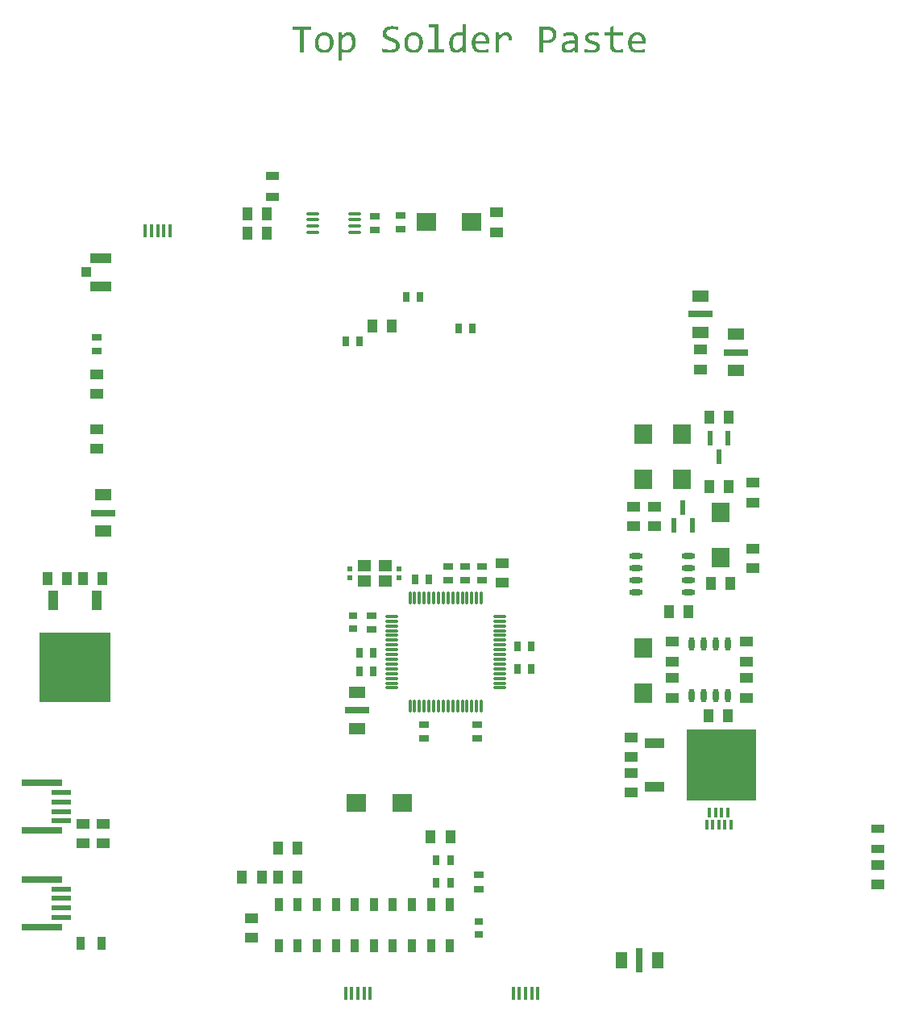
<source format=gtp>
G04 Layer_Color=8421504*
%FSLAX25Y25*%
%MOIN*%
G70*
G01*
G75*
%ADD10R,0.05315X0.04134*%
%ADD11R,0.03937X0.03143*%
%ADD12R,0.05512X0.04724*%
%ADD13O,0.05512X0.01100*%
%ADD14R,0.02800X0.10236*%
%ADD15R,0.04800X0.07087*%
%ADD16R,0.10236X0.02800*%
%ADD17R,0.07087X0.04800*%
%ADD18R,0.05551X0.03583*%
%ADD19R,0.05709X0.03937*%
%ADD20R,0.03937X0.05709*%
%ADD21R,0.03143X0.03937*%
%ADD23R,0.02441X0.02441*%
%ADD25R,0.02165X0.05906*%
%ADD26R,0.01575X0.05315*%
%ADD27R,0.16535X0.02756*%
%ADD28R,0.07874X0.02362*%
%ADD29R,0.01600X0.04150*%
%ADD30R,0.03740X0.03150*%
%ADD31R,0.03583X0.05551*%
%ADD32R,0.04134X0.05315*%
%ADD33R,0.03740X0.02910*%
%ADD34O,0.02362X0.05709*%
%ADD35R,0.04134X0.07874*%
%ADD36R,0.29724X0.29134*%
%ADD37O,0.01100X0.05512*%
%ADD38R,0.07874X0.04134*%
%ADD39R,0.29134X0.29724*%
%ADD40O,0.05709X0.02362*%
%ADD41O,0.05315X0.01600*%
%ADD42R,0.08661X0.04134*%
%ADD43R,0.04134X0.04134*%
%ADD44R,0.03500X0.05500*%
%ADD114R,0.07284X0.08465*%
%ADD115R,0.08465X0.07284*%
G36*
X259395Y57828D02*
X263112D01*
Y56625D01*
X259395D01*
Y52434D01*
Y52416D01*
Y52398D01*
Y52289D01*
X259413Y52143D01*
X259450Y51943D01*
X259504Y51724D01*
X259595Y51505D01*
X259705Y51305D01*
X259869Y51123D01*
X259887Y51104D01*
X259960Y51050D01*
X260069Y50977D01*
X260215Y50904D01*
X260415Y50831D01*
X260652Y50758D01*
X260925Y50704D01*
X261253Y50685D01*
X261508D01*
X261636Y50704D01*
X261800D01*
X262128Y50740D01*
X262146D01*
X262219Y50758D01*
X262310D01*
X262438Y50795D01*
X262583Y50813D01*
X262747Y50849D01*
X263112Y50941D01*
Y49701D01*
X263093D01*
X263021Y49683D01*
X262930Y49665D01*
X262802Y49647D01*
X262638Y49610D01*
X262474Y49592D01*
X262091Y49538D01*
X262000D01*
X261909Y49519D01*
X261763D01*
X261618Y49501D01*
X261436D01*
X261053Y49483D01*
X260907D01*
X260798Y49501D01*
X260670D01*
X260525Y49519D01*
X260178Y49574D01*
X259814Y49647D01*
X259431Y49774D01*
X259067Y49938D01*
X258885Y50048D01*
X258739Y50175D01*
X258702Y50212D01*
X258611Y50303D01*
X258502Y50467D01*
X258356Y50704D01*
X258210Y51013D01*
X258101Y51378D01*
X258010Y51815D01*
X257974Y52325D01*
Y56625D01*
X255678D01*
Y57828D01*
X257974D01*
Y60087D01*
X259395Y60470D01*
Y57828D01*
D02*
G37*
G36*
X269416Y57955D02*
X269616Y57937D01*
X269853Y57901D01*
X270108Y57864D01*
X270363Y57791D01*
X270618Y57700D01*
X270655Y57682D01*
X270728Y57645D01*
X270855Y57591D01*
X271019Y57500D01*
X271183Y57390D01*
X271384Y57263D01*
X271566Y57099D01*
X271748Y56917D01*
X271766Y56898D01*
X271821Y56826D01*
X271912Y56716D01*
X272003Y56589D01*
X272112Y56406D01*
X272240Y56206D01*
X272349Y55969D01*
X272440Y55714D01*
X272459Y55678D01*
X272477Y55587D01*
X272513Y55441D01*
X272568Y55259D01*
X272604Y55022D01*
X272641Y54767D01*
X272659Y54475D01*
X272677Y54147D01*
Y54129D01*
Y54093D01*
Y54038D01*
Y53965D01*
Y53801D01*
X272659Y53619D01*
Y53582D01*
Y53491D01*
Y53382D01*
X272641Y53254D01*
X266865D01*
Y53236D01*
Y53200D01*
Y53127D01*
X266883Y53054D01*
Y52945D01*
X266901Y52817D01*
X266956Y52526D01*
X267029Y52216D01*
X267157Y51888D01*
X267320Y51578D01*
X267557Y51305D01*
X267594Y51268D01*
X267685Y51196D01*
X267849Y51086D01*
X268086Y50977D01*
X268377Y50849D01*
X268724Y50740D01*
X269124Y50667D01*
X269598Y50631D01*
X270054D01*
X270309Y50649D01*
X270363D01*
X270436Y50667D01*
X270527D01*
X270764Y50704D01*
X271001Y50722D01*
X271019D01*
X271056Y50740D01*
X271129D01*
X271220Y50758D01*
X271420Y50795D01*
X271657Y50831D01*
X271675D01*
X271711Y50849D01*
X271766Y50868D01*
X271839Y50886D01*
X272040Y50922D01*
X272240Y50977D01*
Y49811D01*
X272222D01*
X272131Y49793D01*
X272021Y49756D01*
X271857Y49720D01*
X271657Y49683D01*
X271438Y49629D01*
X271183Y49592D01*
X270910Y49556D01*
X270873D01*
X270782Y49538D01*
X270637Y49519D01*
X270454Y49501D01*
X270217Y49483D01*
X269962Y49465D01*
X269689Y49446D01*
X269215D01*
X269015Y49465D01*
X268778Y49483D01*
X268487Y49519D01*
X268177Y49556D01*
X267867Y49629D01*
X267576Y49720D01*
X267539Y49738D01*
X267448Y49774D01*
X267302Y49847D01*
X267138Y49938D01*
X266938Y50048D01*
X266719Y50194D01*
X266519Y50357D01*
X266318Y50558D01*
X266300Y50576D01*
X266246Y50649D01*
X266154Y50776D01*
X266045Y50922D01*
X265918Y51123D01*
X265808Y51341D01*
X265681Y51615D01*
X265590Y51888D01*
Y51906D01*
Y51924D01*
X265553Y52034D01*
X265517Y52198D01*
X265480Y52416D01*
X265444Y52690D01*
X265407Y52981D01*
X265389Y53327D01*
X265371Y53692D01*
Y53710D01*
Y53728D01*
Y53838D01*
X265389Y54001D01*
X265407Y54220D01*
X265426Y54457D01*
X265480Y54730D01*
X265535Y55022D01*
X265608Y55313D01*
Y55331D01*
X265626Y55350D01*
X265663Y55441D01*
X265717Y55587D01*
X265790Y55787D01*
X265899Y55987D01*
X266027Y56224D01*
X266173Y56461D01*
X266337Y56680D01*
X266355Y56698D01*
X266428Y56771D01*
X266537Y56880D01*
X266665Y57026D01*
X266847Y57172D01*
X267047Y57336D01*
X267266Y57481D01*
X267521Y57627D01*
X267557Y57645D01*
X267649Y57682D01*
X267794Y57736D01*
X267976Y57809D01*
X268213Y57864D01*
X268487Y57919D01*
X268778Y57955D01*
X269106Y57973D01*
X269252D01*
X269416Y57955D01*
D02*
G37*
G36*
X204753D02*
X204954Y57937D01*
X205190Y57901D01*
X205445Y57864D01*
X205700Y57791D01*
X205956Y57700D01*
X205992Y57682D01*
X206065Y57645D01*
X206192Y57591D01*
X206356Y57500D01*
X206520Y57390D01*
X206721Y57263D01*
X206903Y57099D01*
X207085Y56917D01*
X207103Y56898D01*
X207158Y56826D01*
X207249Y56716D01*
X207340Y56589D01*
X207450Y56406D01*
X207577Y56206D01*
X207686Y55969D01*
X207778Y55714D01*
X207796Y55678D01*
X207814Y55587D01*
X207850Y55441D01*
X207905Y55259D01*
X207942Y55022D01*
X207978Y54767D01*
X207996Y54475D01*
X208014Y54147D01*
Y54129D01*
Y54093D01*
Y54038D01*
Y53965D01*
Y53801D01*
X207996Y53619D01*
Y53582D01*
Y53491D01*
Y53382D01*
X207978Y53254D01*
X202202D01*
Y53236D01*
Y53200D01*
Y53127D01*
X202221Y53054D01*
Y52945D01*
X202239Y52817D01*
X202293Y52526D01*
X202366Y52216D01*
X202494Y51888D01*
X202658Y51578D01*
X202895Y51305D01*
X202931Y51268D01*
X203022Y51196D01*
X203186Y51086D01*
X203423Y50977D01*
X203714Y50849D01*
X204061Y50740D01*
X204462Y50667D01*
X204935Y50631D01*
X205391D01*
X205646Y50649D01*
X205700D01*
X205773Y50667D01*
X205865D01*
X206101Y50704D01*
X206338Y50722D01*
X206356D01*
X206393Y50740D01*
X206466D01*
X206557Y50758D01*
X206757Y50795D01*
X206994Y50831D01*
X207012D01*
X207049Y50849D01*
X207103Y50868D01*
X207176Y50886D01*
X207377Y50922D01*
X207577Y50977D01*
Y49811D01*
X207559D01*
X207468Y49793D01*
X207359Y49756D01*
X207194Y49720D01*
X206994Y49683D01*
X206775Y49629D01*
X206520Y49592D01*
X206247Y49556D01*
X206211D01*
X206119Y49538D01*
X205974Y49519D01*
X205792Y49501D01*
X205555Y49483D01*
X205300Y49465D01*
X205026Y49446D01*
X204553D01*
X204352Y49465D01*
X204115Y49483D01*
X203824Y49519D01*
X203514Y49556D01*
X203204Y49629D01*
X202913Y49720D01*
X202876Y49738D01*
X202785Y49774D01*
X202640Y49847D01*
X202476Y49938D01*
X202275Y50048D01*
X202057Y50194D01*
X201856Y50357D01*
X201656Y50558D01*
X201637Y50576D01*
X201583Y50649D01*
X201492Y50776D01*
X201382Y50922D01*
X201255Y51123D01*
X201146Y51341D01*
X201018Y51615D01*
X200927Y51888D01*
Y51906D01*
Y51924D01*
X200890Y52034D01*
X200854Y52198D01*
X200817Y52416D01*
X200781Y52690D01*
X200745Y52981D01*
X200726Y53327D01*
X200708Y53692D01*
Y53710D01*
Y53728D01*
Y53838D01*
X200726Y54001D01*
X200745Y54220D01*
X200763Y54457D01*
X200817Y54730D01*
X200872Y55022D01*
X200945Y55313D01*
Y55331D01*
X200963Y55350D01*
X201000Y55441D01*
X201054Y55587D01*
X201127Y55787D01*
X201237Y55987D01*
X201364Y56224D01*
X201510Y56461D01*
X201674Y56680D01*
X201692Y56698D01*
X201765Y56771D01*
X201874Y56880D01*
X202002Y57026D01*
X202184Y57172D01*
X202384Y57336D01*
X202603Y57481D01*
X202858Y57627D01*
X202895Y57645D01*
X202986Y57682D01*
X203132Y57736D01*
X203314Y57809D01*
X203551Y57864D01*
X203824Y57919D01*
X204115Y57955D01*
X204443Y57973D01*
X204589D01*
X204753Y57955D01*
D02*
G37*
G36*
X134369Y59067D02*
X131199D01*
Y49592D01*
X129723D01*
Y59067D01*
X126553D01*
Y60306D01*
X134369D01*
Y59067D01*
D02*
G37*
G36*
X241812Y57955D02*
X242013Y57937D01*
X242250Y57901D01*
X242705Y57809D01*
X242723D01*
X242815Y57773D01*
X242924Y57736D01*
X243052Y57682D01*
X243215Y57609D01*
X243379Y57518D01*
X243543Y57427D01*
X243707Y57299D01*
X243726Y57281D01*
X243780Y57245D01*
X243853Y57172D01*
X243944Y57081D01*
X244054Y56953D01*
X244163Y56807D01*
X244254Y56643D01*
X244345Y56461D01*
X244363Y56443D01*
X244381Y56370D01*
X244418Y56261D01*
X244473Y56115D01*
X244509Y55951D01*
X244546Y55732D01*
X244564Y55514D01*
X244582Y55259D01*
Y49592D01*
X243288D01*
X243252Y50685D01*
X243215Y50649D01*
X243143Y50576D01*
X242997Y50467D01*
X242833Y50321D01*
X242614Y50175D01*
X242396Y50011D01*
X242141Y49865D01*
X241885Y49738D01*
X241849Y49720D01*
X241758Y49701D01*
X241630Y49647D01*
X241448Y49592D01*
X241230Y49538D01*
X240974Y49501D01*
X240719Y49465D01*
X240428Y49446D01*
X240318D01*
X240191Y49465D01*
X240027D01*
X239826Y49483D01*
X239626Y49519D01*
X239225Y49610D01*
X239207D01*
X239152Y49647D01*
X239061Y49683D01*
X238934Y49738D01*
X238679Y49902D01*
X238405Y50102D01*
X238387Y50121D01*
X238351Y50157D01*
X238296Y50230D01*
X238223Y50321D01*
X238150Y50430D01*
X238059Y50558D01*
X237932Y50849D01*
Y50868D01*
X237913Y50922D01*
X237895Y51013D01*
X237859Y51123D01*
X237841Y51268D01*
X237804Y51432D01*
X237786Y51779D01*
Y51797D01*
Y51833D01*
Y51906D01*
X237804Y51979D01*
X237822Y52088D01*
X237841Y52216D01*
X237895Y52489D01*
X238004Y52799D01*
X238169Y53127D01*
X238278Y53291D01*
X238405Y53437D01*
X238533Y53582D01*
X238697Y53728D01*
X238715D01*
X238733Y53765D01*
X238788Y53801D01*
X238879Y53838D01*
X238970Y53892D01*
X239079Y53947D01*
X239225Y54020D01*
X239389Y54093D01*
X239571Y54147D01*
X239772Y54220D01*
X239990Y54275D01*
X240246Y54329D01*
X240501Y54366D01*
X240792Y54402D01*
X241102Y54439D01*
X243143D01*
Y55149D01*
Y55186D01*
Y55277D01*
X243124Y55404D01*
X243088Y55568D01*
X243033Y55751D01*
X242942Y55951D01*
X242833Y56133D01*
X242669Y56315D01*
X242651Y56334D01*
X242578Y56388D01*
X242468Y56461D01*
X242323Y56534D01*
X242122Y56607D01*
X241867Y56680D01*
X241576Y56734D01*
X241248Y56753D01*
X240993D01*
X240810Y56734D01*
X240592Y56716D01*
X240373Y56680D01*
X239863Y56589D01*
X239826D01*
X239754Y56552D01*
X239608Y56516D01*
X239444Y56479D01*
X239225Y56406D01*
X238988Y56334D01*
X238733Y56243D01*
X238478Y56151D01*
Y57445D01*
X238496D01*
X238533Y57463D01*
X238569Y57481D01*
X238642Y57500D01*
X238824Y57554D01*
X239061Y57627D01*
X239079D01*
X239116Y57645D01*
X239189Y57664D01*
X239280Y57682D01*
X239517Y57736D01*
X239772Y57791D01*
X239790D01*
X239845Y57809D01*
X239918Y57828D01*
X240009Y57846D01*
X240118Y57864D01*
X240246Y57882D01*
X240537Y57919D01*
X240555D01*
X240610Y57937D01*
X240683D01*
X240792Y57955D01*
X240920D01*
X241047Y57973D01*
X241630D01*
X241812Y57955D01*
D02*
G37*
G36*
X232247Y60287D02*
X232484Y60269D01*
X232739Y60233D01*
X233286Y60123D01*
X233322D01*
X233413Y60087D01*
X233541Y60050D01*
X233723Y59978D01*
X233923Y59905D01*
X234124Y59795D01*
X234342Y59686D01*
X234561Y59540D01*
X234579Y59522D01*
X234652Y59467D01*
X234761Y59395D01*
X234889Y59267D01*
X235035Y59121D01*
X235180Y58957D01*
X235326Y58757D01*
X235454Y58538D01*
X235472Y58502D01*
X235508Y58429D01*
X235563Y58301D01*
X235618Y58119D01*
X235672Y57901D01*
X235727Y57645D01*
X235764Y57354D01*
X235782Y57026D01*
Y56990D01*
Y56917D01*
X235764Y56789D01*
X235745Y56625D01*
X235727Y56425D01*
X235672Y56188D01*
X235618Y55951D01*
X235527Y55714D01*
X235508Y55678D01*
X235490Y55605D01*
X235417Y55477D01*
X235344Y55331D01*
X235235Y55149D01*
X235108Y54967D01*
X234944Y54767D01*
X234761Y54566D01*
X234743Y54548D01*
X234670Y54475D01*
X234561Y54384D01*
X234415Y54275D01*
X234215Y54147D01*
X233996Y54001D01*
X233741Y53874D01*
X233450Y53746D01*
X233413Y53728D01*
X233304Y53692D01*
X233140Y53655D01*
X232903Y53601D01*
X232630Y53528D01*
X232302Y53491D01*
X231919Y53455D01*
X231518Y53437D01*
X230206D01*
Y49592D01*
X228749D01*
Y60306D01*
X232047D01*
X232247Y60287D01*
D02*
G37*
G36*
X186806Y50776D02*
X189266D01*
Y49592D01*
X182670D01*
Y50776D01*
X185367D01*
Y60014D01*
X182944D01*
Y61180D01*
X186806D01*
Y50776D01*
D02*
G37*
G36*
X251378Y57955D02*
X251560D01*
X251979Y57919D01*
X251997D01*
X252089Y57901D01*
X252198D01*
X252362Y57882D01*
X252544Y57846D01*
X252745Y57828D01*
X252981Y57773D01*
X253218Y57736D01*
Y56461D01*
X253182D01*
X253109Y56498D01*
X252981Y56516D01*
X252799Y56552D01*
X252617Y56589D01*
X252398Y56625D01*
X251943Y56698D01*
X251925D01*
X251834Y56716D01*
X251724Y56734D01*
X251578Y56753D01*
X251414D01*
X251251Y56771D01*
X250886Y56789D01*
X250704D01*
X250576Y56771D01*
X250285Y56753D01*
X249993Y56698D01*
X249975D01*
X249939Y56680D01*
X249866Y56661D01*
X249775Y56643D01*
X249592Y56552D01*
X249392Y56461D01*
X249356Y56443D01*
X249265Y56370D01*
X249173Y56261D01*
X249082Y56133D01*
X249064Y56097D01*
X249046Y56006D01*
X249009Y55878D01*
X248991Y55714D01*
Y55696D01*
Y55678D01*
X249009Y55587D01*
X249028Y55459D01*
X249064Y55313D01*
X249082Y55277D01*
X249137Y55204D01*
X249246Y55095D01*
X249392Y54967D01*
X249410D01*
X249429Y54931D01*
X249483Y54912D01*
X249556Y54858D01*
X249665Y54803D01*
X249775Y54748D01*
X249902Y54694D01*
X250048Y54621D01*
X250066D01*
X250121Y54584D01*
X250212Y54566D01*
X250340Y54512D01*
X250503Y54457D01*
X250686Y54402D01*
X250886Y54348D01*
X251123Y54275D01*
X251159Y54256D01*
X251251Y54238D01*
X251378Y54202D01*
X251560Y54129D01*
X251761Y54074D01*
X251961Y53983D01*
X252162Y53910D01*
X252362Y53819D01*
X252380Y53801D01*
X252453Y53783D01*
X252526Y53728D01*
X252653Y53673D01*
X252908Y53491D01*
X253164Y53291D01*
X253182Y53273D01*
X253218Y53236D01*
X253273Y53181D01*
X253346Y53109D01*
X253491Y52908D01*
X253564Y52781D01*
X253619Y52653D01*
Y52635D01*
X253637Y52599D01*
X253674Y52507D01*
X253692Y52416D01*
X253728Y52289D01*
X253747Y52161D01*
X253765Y51833D01*
Y51815D01*
Y51760D01*
Y51669D01*
X253747Y51578D01*
X253692Y51323D01*
X253601Y51050D01*
Y51032D01*
X253583Y50995D01*
X253546Y50922D01*
X253491Y50849D01*
X253364Y50649D01*
X253200Y50430D01*
X253182Y50412D01*
X253164Y50394D01*
X253109Y50339D01*
X253036Y50285D01*
X252836Y50139D01*
X252599Y49975D01*
X252580D01*
X252544Y49938D01*
X252471Y49920D01*
X252380Y49865D01*
X252162Y49774D01*
X251888Y49683D01*
X251870D01*
X251834Y49665D01*
X251742Y49647D01*
X251651Y49629D01*
X251542Y49592D01*
X251396Y49574D01*
X251105Y49519D01*
X251086D01*
X251032Y49501D01*
X250959D01*
X250850Y49483D01*
X250613Y49465D01*
X250321Y49446D01*
X250011D01*
X249811Y49465D01*
X249574D01*
X249319Y49483D01*
X248773Y49519D01*
X248736D01*
X248663Y49538D01*
X248517Y49556D01*
X248354Y49574D01*
X248135Y49610D01*
X247916Y49647D01*
X247424Y49756D01*
Y51068D01*
X247461D01*
X247552Y51032D01*
X247679Y50995D01*
X247862Y50941D01*
X248080Y50886D01*
X248317Y50831D01*
X248845Y50740D01*
X248882D01*
X248973Y50722D01*
X249100Y50704D01*
X249283D01*
X249501Y50685D01*
X249738Y50667D01*
X250267Y50649D01*
X250431D01*
X250613Y50667D01*
X250831Y50685D01*
X251086Y50722D01*
X251342Y50758D01*
X251578Y50831D01*
X251779Y50922D01*
X251797Y50941D01*
X251852Y50977D01*
X251943Y51032D01*
X252034Y51123D01*
X252125Y51232D01*
X252216Y51378D01*
X252271Y51542D01*
X252289Y51724D01*
Y51742D01*
Y51760D01*
X252271Y51851D01*
X252253Y51979D01*
X252198Y52107D01*
X252180Y52143D01*
X252143Y52216D01*
X252052Y52325D01*
X251906Y52453D01*
X251870Y52489D01*
X251815Y52507D01*
X251761Y52562D01*
X251670Y52599D01*
X251560Y52653D01*
X251414Y52726D01*
X251269Y52781D01*
X251251D01*
X251196Y52817D01*
X251105Y52854D01*
X250959Y52908D01*
X250795Y52963D01*
X250595Y53036D01*
X250376Y53109D01*
X250103Y53181D01*
X250084D01*
X250011Y53218D01*
X249902Y53236D01*
X249775Y53291D01*
X249611Y53346D01*
X249447Y53400D01*
X249082Y53546D01*
X249064Y53564D01*
X249009Y53582D01*
X248918Y53637D01*
X248809Y53692D01*
X248536Y53838D01*
X248262Y54038D01*
X248244Y54056D01*
X248208Y54093D01*
X248135Y54147D01*
X248062Y54238D01*
X247880Y54439D01*
X247716Y54712D01*
Y54730D01*
X247679Y54785D01*
X247661Y54858D01*
X247625Y54967D01*
X247588Y55095D01*
X247570Y55259D01*
X247534Y55441D01*
Y55623D01*
Y55641D01*
Y55678D01*
Y55751D01*
X247552Y55842D01*
X247570Y55951D01*
X247588Y56078D01*
X247679Y56370D01*
Y56388D01*
X247716Y56443D01*
X247752Y56516D01*
X247807Y56625D01*
X247880Y56734D01*
X247971Y56862D01*
X248098Y57008D01*
X248226Y57135D01*
X248244Y57153D01*
X248299Y57190D01*
X248390Y57263D01*
X248499Y57354D01*
X248645Y57445D01*
X248827Y57536D01*
X249028Y57645D01*
X249265Y57736D01*
X249301Y57755D01*
X249392Y57773D01*
X249520Y57809D01*
X249720Y57864D01*
X249957Y57901D01*
X250230Y57937D01*
X250558Y57955D01*
X250904Y57973D01*
X251232D01*
X251378Y57955D01*
D02*
G37*
G36*
X198394Y49592D02*
X197101D01*
X197046Y51141D01*
Y51123D01*
X197028Y51104D01*
X196937Y50995D01*
X196827Y50849D01*
X196663Y50649D01*
X196463Y50449D01*
X196244Y50230D01*
X196007Y50029D01*
X195752Y49847D01*
X195716Y49829D01*
X195625Y49793D01*
X195497Y49720D01*
X195297Y49647D01*
X195078Y49574D01*
X194823Y49501D01*
X194550Y49465D01*
X194240Y49446D01*
X194131D01*
X193985Y49465D01*
X193821Y49483D01*
X193639Y49519D01*
X193420Y49574D01*
X193220Y49647D01*
X193001Y49738D01*
X192983Y49756D01*
X192910Y49793D01*
X192819Y49865D01*
X192691Y49957D01*
X192546Y50066D01*
X192400Y50212D01*
X192254Y50376D01*
X192108Y50558D01*
X192090Y50576D01*
X192054Y50649D01*
X191981Y50776D01*
X191908Y50922D01*
X191817Y51123D01*
X191726Y51341D01*
X191635Y51578D01*
X191562Y51851D01*
Y51888D01*
X191543Y51979D01*
X191507Y52143D01*
X191489Y52343D01*
X191452Y52599D01*
X191416Y52890D01*
X191398Y53200D01*
Y53528D01*
Y53546D01*
Y53582D01*
Y53637D01*
Y53710D01*
X191416Y53892D01*
X191434Y54147D01*
X191471Y54439D01*
X191507Y54748D01*
X191580Y55076D01*
X191671Y55386D01*
Y55404D01*
X191689Y55423D01*
X191726Y55532D01*
X191799Y55678D01*
X191890Y55860D01*
X191999Y56078D01*
X192145Y56315D01*
X192309Y56552D01*
X192491Y56771D01*
X192509Y56789D01*
X192582Y56862D01*
X192691Y56971D01*
X192855Y57099D01*
X193038Y57226D01*
X193256Y57372D01*
X193493Y57500D01*
X193766Y57627D01*
X193803Y57645D01*
X193894Y57682D01*
X194058Y57718D01*
X194258Y57773D01*
X194495Y57828D01*
X194787Y57882D01*
X195096Y57901D01*
X195424Y57919D01*
X195661D01*
X195916Y57901D01*
X196190Y57864D01*
X196208D01*
X196263Y57846D01*
X196335D01*
X196426Y57828D01*
X196682Y57773D01*
X196955Y57700D01*
Y61180D01*
X198394D01*
Y49592D01*
D02*
G37*
G36*
X168185Y60451D02*
X168404Y60433D01*
X168514D01*
X168605Y60415D01*
X168805Y60397D01*
X169042Y60360D01*
X169097D01*
X169169Y60342D01*
X169242D01*
X169443Y60306D01*
X169679Y60269D01*
X169734D01*
X169807Y60251D01*
X169880Y60233D01*
X170080Y60196D01*
X170281Y60160D01*
Y58848D01*
X170244D01*
X170171Y58884D01*
X170044Y58903D01*
X169880Y58939D01*
X169698Y58975D01*
X169479Y59030D01*
X169005Y59103D01*
X168987D01*
X168896Y59121D01*
X168787Y59140D01*
X168623Y59158D01*
X168441Y59176D01*
X168222Y59194D01*
X167785Y59212D01*
X167584D01*
X167366Y59194D01*
X167092Y59158D01*
X166783Y59103D01*
X166473Y59030D01*
X166200Y58921D01*
X165944Y58775D01*
X165926Y58757D01*
X165853Y58702D01*
X165762Y58611D01*
X165653Y58484D01*
X165544Y58320D01*
X165453Y58119D01*
X165380Y57901D01*
X165361Y57645D01*
Y57627D01*
Y57573D01*
X165380Y57500D01*
X165398Y57390D01*
X165471Y57153D01*
X165525Y57026D01*
X165598Y56898D01*
X165617Y56880D01*
X165635Y56844D01*
X165689Y56789D01*
X165762Y56716D01*
X165963Y56534D01*
X166218Y56334D01*
X166236Y56315D01*
X166291Y56297D01*
X166364Y56243D01*
X166491Y56188D01*
X166619Y56115D01*
X166764Y56042D01*
X167129Y55896D01*
X167147D01*
X167220Y55860D01*
X167311Y55823D01*
X167457Y55769D01*
X167603Y55714D01*
X167766Y55641D01*
X168149Y55477D01*
X168167D01*
X168240Y55441D01*
X168350Y55404D01*
X168477Y55350D01*
X168641Y55277D01*
X168805Y55204D01*
X169188Y55022D01*
X169206Y55003D01*
X169279Y54985D01*
X169370Y54931D01*
X169497Y54858D01*
X169789Y54657D01*
X170080Y54421D01*
X170099Y54402D01*
X170153Y54366D01*
X170226Y54293D01*
X170317Y54184D01*
X170408Y54074D01*
X170518Y53929D01*
X170718Y53601D01*
X170736Y53582D01*
X170755Y53509D01*
X170791Y53418D01*
X170846Y53291D01*
X170900Y53127D01*
X170937Y52926D01*
X170955Y52726D01*
X170973Y52489D01*
Y52453D01*
Y52362D01*
X170955Y52216D01*
X170937Y52034D01*
X170900Y51833D01*
X170827Y51596D01*
X170755Y51359D01*
X170645Y51141D01*
X170627Y51123D01*
X170590Y51050D01*
X170518Y50941D01*
X170427Y50813D01*
X170299Y50667D01*
X170153Y50503D01*
X169971Y50339D01*
X169771Y50194D01*
X169752Y50175D01*
X169679Y50139D01*
X169552Y50066D01*
X169406Y49975D01*
X169206Y49884D01*
X168987Y49793D01*
X168732Y49701D01*
X168441Y49629D01*
X168404D01*
X168313Y49592D01*
X168149Y49574D01*
X167930Y49538D01*
X167675Y49501D01*
X167384Y49483D01*
X167056Y49446D01*
X166455D01*
X166309Y49465D01*
X166181D01*
X165853Y49483D01*
X165780D01*
X165708Y49501D01*
X165598D01*
X165343Y49538D01*
X165052Y49574D01*
X164979D01*
X164906Y49592D01*
X164815D01*
X164578Y49629D01*
X164323Y49665D01*
X164305D01*
X164268Y49683D01*
X164195Y49701D01*
X164122Y49720D01*
X163922Y49774D01*
X163703Y49829D01*
Y51232D01*
X163740Y51214D01*
X163813Y51196D01*
X163940Y51159D01*
X164104Y51104D01*
X164305Y51032D01*
X164541Y50977D01*
X164797Y50922D01*
X165070Y50868D01*
X165106D01*
X165197Y50849D01*
X165361Y50831D01*
X165580Y50813D01*
X165835Y50776D01*
X166127Y50758D01*
X166455Y50740D01*
X167074D01*
X167238Y50758D01*
X167420D01*
X167621Y50795D01*
X167821Y50813D01*
X168022Y50849D01*
X168040D01*
X168113Y50868D01*
X168185Y50904D01*
X168313Y50922D01*
X168568Y51032D01*
X168823Y51159D01*
X168841Y51177D01*
X168878Y51196D01*
X168932Y51250D01*
X169005Y51305D01*
X169169Y51469D01*
X169297Y51688D01*
Y51706D01*
X169315Y51742D01*
X169352Y51815D01*
X169370Y51906D01*
X169406Y52015D01*
X169424Y52143D01*
X169443Y52416D01*
Y52434D01*
Y52489D01*
X169424Y52562D01*
X169406Y52671D01*
X169333Y52908D01*
X169279Y53018D01*
X169188Y53145D01*
X169169Y53163D01*
X169151Y53200D01*
X169097Y53254D01*
X169024Y53327D01*
X168932Y53418D01*
X168823Y53509D01*
X168550Y53692D01*
X168532Y53710D01*
X168477Y53728D01*
X168404Y53783D01*
X168295Y53838D01*
X168167Y53910D01*
X168022Y53983D01*
X167657Y54147D01*
X167639Y54165D01*
X167566Y54184D01*
X167475Y54220D01*
X167329Y54275D01*
X167183Y54329D01*
X167001Y54402D01*
X166619Y54548D01*
X166600Y54566D01*
X166527Y54584D01*
X166436Y54639D01*
X166309Y54694D01*
X166145Y54767D01*
X165981Y54839D01*
X165598Y55022D01*
X165580Y55040D01*
X165507Y55076D01*
X165416Y55113D01*
X165288Y55186D01*
X165161Y55277D01*
X164997Y55368D01*
X164687Y55605D01*
X164669Y55623D01*
X164633Y55660D01*
X164560Y55732D01*
X164469Y55842D01*
X164377Y55951D01*
X164268Y56097D01*
X164068Y56406D01*
X164050Y56425D01*
X164031Y56498D01*
X163995Y56589D01*
X163959Y56716D01*
X163904Y56880D01*
X163867Y57062D01*
X163849Y57281D01*
X163831Y57500D01*
Y57518D01*
Y57591D01*
X163849Y57700D01*
X163867Y57846D01*
X163886Y58010D01*
X163922Y58192D01*
X163977Y58392D01*
X164050Y58593D01*
X164068Y58611D01*
X164086Y58684D01*
X164159Y58775D01*
X164232Y58903D01*
X164323Y59048D01*
X164450Y59212D01*
X164596Y59376D01*
X164760Y59540D01*
X164778Y59558D01*
X164851Y59613D01*
X164961Y59686D01*
X165106Y59777D01*
X165270Y59886D01*
X165489Y59996D01*
X165726Y60105D01*
X165999Y60214D01*
X166035Y60233D01*
X166145Y60251D01*
X166291Y60287D01*
X166509Y60342D01*
X166783Y60397D01*
X167092Y60433D01*
X167438Y60451D01*
X167821Y60470D01*
X168003D01*
X168185Y60451D01*
D02*
G37*
G36*
X150057Y57955D02*
X150221Y57937D01*
X150421Y57901D01*
X150621Y57846D01*
X150840Y57773D01*
X151040Y57664D01*
X151059Y57645D01*
X151132Y57609D01*
X151223Y57536D01*
X151350Y57445D01*
X151496Y57336D01*
X151642Y57190D01*
X151787Y57026D01*
X151933Y56826D01*
X151952Y56807D01*
X151988Y56734D01*
X152061Y56625D01*
X152134Y56461D01*
X152225Y56279D01*
X152316Y56060D01*
X152407Y55805D01*
X152480Y55532D01*
Y55496D01*
X152516Y55404D01*
X152534Y55240D01*
X152571Y55040D01*
X152607Y54803D01*
X152626Y54512D01*
X152662Y54202D01*
Y53856D01*
Y53838D01*
Y53801D01*
Y53746D01*
Y53673D01*
X152644Y53455D01*
X152626Y53200D01*
X152589Y52890D01*
X152534Y52580D01*
X152462Y52252D01*
X152352Y51924D01*
X152334Y51888D01*
X152298Y51797D01*
X152225Y51651D01*
X152134Y51451D01*
X152006Y51250D01*
X151860Y51013D01*
X151696Y50795D01*
X151496Y50576D01*
X151478Y50558D01*
X151405Y50485D01*
X151277Y50394D01*
X151132Y50266D01*
X150949Y50139D01*
X150713Y49993D01*
X150476Y49865D01*
X150202Y49756D01*
X150166Y49738D01*
X150075Y49720D01*
X149929Y49683D01*
X149729Y49629D01*
X149492Y49574D01*
X149218Y49538D01*
X148927Y49519D01*
X148617Y49501D01*
X148362D01*
X148125Y49519D01*
X147834Y49556D01*
X147761D01*
X147688Y49574D01*
X147597Y49592D01*
X147469D01*
X147342Y49610D01*
X147050Y49665D01*
Y46222D01*
X145629D01*
Y57828D01*
X146886D01*
X146977Y56443D01*
Y56461D01*
X147014Y56479D01*
X147087Y56589D01*
X147214Y56734D01*
X147378Y56898D01*
X147579Y57099D01*
X147797Y57299D01*
X148034Y57481D01*
X148289Y57627D01*
X148326Y57645D01*
X148417Y57682D01*
X148544Y57736D01*
X148745Y57809D01*
X148963Y57864D01*
X149218Y57919D01*
X149510Y57955D01*
X149802Y57973D01*
X149929D01*
X150057Y57955D01*
D02*
G37*
G36*
X177040D02*
X177241Y57937D01*
X177496Y57901D01*
X177751Y57846D01*
X178024Y57773D01*
X178298Y57682D01*
X178334Y57664D01*
X178425Y57627D01*
X178553Y57573D01*
X178717Y57481D01*
X178899Y57372D01*
X179099Y57226D01*
X179300Y57062D01*
X179482Y56880D01*
X179500Y56862D01*
X179555Y56789D01*
X179646Y56680D01*
X179755Y56516D01*
X179883Y56334D01*
X180010Y56097D01*
X180120Y55842D01*
X180229Y55568D01*
X180247Y55532D01*
X180265Y55423D01*
X180320Y55259D01*
X180375Y55058D01*
X180411Y54785D01*
X180466Y54475D01*
X180484Y54129D01*
X180502Y53765D01*
Y53746D01*
Y53728D01*
Y53673D01*
Y53601D01*
X180484Y53418D01*
X180466Y53181D01*
X180429Y52908D01*
X180393Y52617D01*
X180320Y52307D01*
X180229Y51997D01*
X180211Y51961D01*
X180174Y51870D01*
X180120Y51724D01*
X180028Y51542D01*
X179919Y51323D01*
X179792Y51086D01*
X179628Y50849D01*
X179446Y50631D01*
X179427Y50612D01*
X179354Y50540D01*
X179245Y50430D01*
X179099Y50303D01*
X178917Y50175D01*
X178717Y50029D01*
X178462Y49884D01*
X178207Y49756D01*
X178170Y49738D01*
X178079Y49701D01*
X177933Y49665D01*
X177733Y49610D01*
X177478Y49538D01*
X177204Y49501D01*
X176895Y49465D01*
X176549Y49446D01*
X176403D01*
X176221Y49465D01*
X176020Y49483D01*
X175765Y49519D01*
X175492Y49556D01*
X175218Y49629D01*
X174945Y49720D01*
X174909Y49738D01*
X174836Y49774D01*
X174708Y49829D01*
X174544Y49920D01*
X174344Y50029D01*
X174162Y50175D01*
X173961Y50339D01*
X173761Y50521D01*
X173743Y50540D01*
X173688Y50612D01*
X173597Y50722D01*
X173487Y50886D01*
X173378Y51068D01*
X173251Y51305D01*
X173141Y51560D01*
X173032Y51833D01*
Y51851D01*
X173014Y51870D01*
X172996Y51979D01*
X172959Y52143D01*
X172905Y52362D01*
X172850Y52635D01*
X172813Y52945D01*
X172795Y53291D01*
X172777Y53655D01*
Y53673D01*
Y53692D01*
Y53746D01*
Y53819D01*
X172795Y54001D01*
X172813Y54220D01*
X172832Y54493D01*
X172886Y54785D01*
X172941Y55095D01*
X173032Y55386D01*
Y55404D01*
X173050Y55423D01*
X173087Y55514D01*
X173141Y55678D01*
X173232Y55860D01*
X173342Y56078D01*
X173487Y56297D01*
X173633Y56534D01*
X173816Y56753D01*
X173834Y56771D01*
X173907Y56844D01*
X174016Y56953D01*
X174162Y57081D01*
X174344Y57226D01*
X174563Y57372D01*
X174799Y57518D01*
X175054Y57645D01*
X175091Y57664D01*
X175182Y57700D01*
X175328Y57755D01*
X175528Y57809D01*
X175783Y57864D01*
X176057Y57919D01*
X176366Y57955D01*
X176713Y57973D01*
X176858D01*
X177040Y57955D01*
D02*
G37*
G36*
X140090D02*
X140291Y57937D01*
X140546Y57901D01*
X140801Y57846D01*
X141074Y57773D01*
X141347Y57682D01*
X141384Y57664D01*
X141475Y57627D01*
X141603Y57573D01*
X141767Y57481D01*
X141949Y57372D01*
X142149Y57226D01*
X142350Y57062D01*
X142532Y56880D01*
X142550Y56862D01*
X142605Y56789D01*
X142696Y56680D01*
X142805Y56516D01*
X142933Y56334D01*
X143060Y56097D01*
X143169Y55842D01*
X143279Y55568D01*
X143297Y55532D01*
X143315Y55423D01*
X143370Y55259D01*
X143424Y55058D01*
X143461Y54785D01*
X143516Y54475D01*
X143534Y54129D01*
X143552Y53765D01*
Y53746D01*
Y53728D01*
Y53673D01*
Y53601D01*
X143534Y53418D01*
X143516Y53181D01*
X143479Y52908D01*
X143443Y52617D01*
X143370Y52307D01*
X143279Y51997D01*
X143261Y51961D01*
X143224Y51870D01*
X143169Y51724D01*
X143078Y51542D01*
X142969Y51323D01*
X142841Y51086D01*
X142677Y50849D01*
X142495Y50631D01*
X142477Y50612D01*
X142404Y50540D01*
X142295Y50430D01*
X142149Y50303D01*
X141967Y50175D01*
X141767Y50029D01*
X141511Y49884D01*
X141256Y49756D01*
X141220Y49738D01*
X141129Y49701D01*
X140983Y49665D01*
X140783Y49610D01*
X140527Y49538D01*
X140254Y49501D01*
X139945Y49465D01*
X139598Y49446D01*
X139453D01*
X139270Y49465D01*
X139070Y49483D01*
X138815Y49519D01*
X138542Y49556D01*
X138268Y49629D01*
X137995Y49720D01*
X137959Y49738D01*
X137886Y49774D01*
X137758Y49829D01*
X137594Y49920D01*
X137394Y50029D01*
X137212Y50175D01*
X137011Y50339D01*
X136811Y50521D01*
X136792Y50540D01*
X136738Y50612D01*
X136647Y50722D01*
X136537Y50886D01*
X136428Y51068D01*
X136301Y51305D01*
X136191Y51560D01*
X136082Y51833D01*
Y51851D01*
X136064Y51870D01*
X136045Y51979D01*
X136009Y52143D01*
X135954Y52362D01*
X135900Y52635D01*
X135863Y52945D01*
X135845Y53291D01*
X135827Y53655D01*
Y53673D01*
Y53692D01*
Y53746D01*
Y53819D01*
X135845Y54001D01*
X135863Y54220D01*
X135881Y54493D01*
X135936Y54785D01*
X135991Y55095D01*
X136082Y55386D01*
Y55404D01*
X136100Y55423D01*
X136136Y55514D01*
X136191Y55678D01*
X136282Y55860D01*
X136392Y56078D01*
X136537Y56297D01*
X136683Y56534D01*
X136865Y56753D01*
X136883Y56771D01*
X136956Y56844D01*
X137066Y56953D01*
X137212Y57081D01*
X137394Y57226D01*
X137612Y57372D01*
X137849Y57518D01*
X138104Y57645D01*
X138141Y57664D01*
X138232Y57700D01*
X138378Y57755D01*
X138578Y57809D01*
X138833Y57864D01*
X139106Y57919D01*
X139416Y57955D01*
X139762Y57973D01*
X139908D01*
X140090Y57955D01*
D02*
G37*
G36*
X215047D02*
X215138D01*
X215266Y57937D01*
X215558Y57864D01*
X215867Y57773D01*
X216177Y57627D01*
X216487Y57409D01*
X216633Y57281D01*
X216760Y57135D01*
X216796Y57099D01*
X216815Y57044D01*
X216869Y56990D01*
X216906Y56898D01*
X216960Y56789D01*
X217033Y56661D01*
X217088Y56516D01*
X217143Y56352D01*
X217197Y56188D01*
X217252Y55987D01*
X217307Y55769D01*
X217343Y55514D01*
X217361Y55259D01*
X217379Y54985D01*
Y54694D01*
X215940D01*
Y54712D01*
Y54748D01*
Y54803D01*
Y54876D01*
X215922Y55058D01*
X215904Y55277D01*
X215867Y55532D01*
X215813Y55787D01*
X215722Y56042D01*
X215612Y56243D01*
X215594Y56261D01*
X215558Y56315D01*
X215466Y56406D01*
X215357Y56498D01*
X215211Y56571D01*
X215047Y56661D01*
X214847Y56716D01*
X214610Y56734D01*
X214501D01*
X214446Y56716D01*
X214264Y56698D01*
X214045Y56625D01*
X214027D01*
X213991Y56607D01*
X213936Y56589D01*
X213863Y56552D01*
X213663Y56443D01*
X213444Y56297D01*
X213426Y56279D01*
X213389Y56261D01*
X213335Y56206D01*
X213244Y56151D01*
X213043Y55951D01*
X212788Y55714D01*
X212770Y55696D01*
X212733Y55660D01*
X212661Y55587D01*
X212569Y55477D01*
X212460Y55350D01*
X212333Y55222D01*
X212205Y55058D01*
X212059Y54876D01*
Y49592D01*
X210620D01*
Y57828D01*
X211913D01*
X211950Y56297D01*
Y56315D01*
X211986Y56334D01*
X212077Y56443D01*
X212223Y56589D01*
X212405Y56789D01*
X212624Y56990D01*
X212861Y57208D01*
X213116Y57409D01*
X213389Y57573D01*
X213426Y57591D01*
X213517Y57627D01*
X213644Y57700D01*
X213845Y57773D01*
X214045Y57846D01*
X214300Y57919D01*
X214555Y57955D01*
X214829Y57973D01*
X214956D01*
X215047Y57955D01*
D02*
G37*
%LPC*%
G36*
X269234Y56826D02*
X268869D01*
X268760Y56807D01*
X268632Y56789D01*
X268487Y56753D01*
X268177Y56643D01*
X268159D01*
X268122Y56607D01*
X268049Y56571D01*
X267958Y56516D01*
X267740Y56352D01*
X267521Y56133D01*
X267503Y56115D01*
X267484Y56078D01*
X267430Y56006D01*
X267357Y55914D01*
X267284Y55805D01*
X267211Y55660D01*
X267065Y55350D01*
Y55331D01*
X267047Y55277D01*
X267011Y55186D01*
X266974Y55058D01*
X266938Y54912D01*
X266920Y54730D01*
X266865Y54348D01*
X271201D01*
Y54366D01*
Y54439D01*
Y54548D01*
Y54676D01*
X271183Y54821D01*
X271165Y54985D01*
X271074Y55331D01*
Y55350D01*
X271056Y55404D01*
X271019Y55496D01*
X270983Y55605D01*
X270855Y55860D01*
X270673Y56115D01*
X270655Y56133D01*
X270618Y56170D01*
X270564Y56224D01*
X270491Y56297D01*
X270381Y56388D01*
X270272Y56461D01*
X269981Y56625D01*
X269962Y56643D01*
X269908Y56661D01*
X269817Y56698D01*
X269707Y56734D01*
X269580Y56771D01*
X269416Y56789D01*
X269234Y56826D01*
D02*
G37*
G36*
X204571D02*
X204206D01*
X204097Y56807D01*
X203970Y56789D01*
X203824Y56753D01*
X203514Y56643D01*
X203496D01*
X203459Y56607D01*
X203386Y56571D01*
X203295Y56516D01*
X203077Y56352D01*
X202858Y56133D01*
X202840Y56115D01*
X202822Y56078D01*
X202767Y56006D01*
X202694Y55914D01*
X202621Y55805D01*
X202548Y55660D01*
X202403Y55350D01*
Y55331D01*
X202384Y55277D01*
X202348Y55186D01*
X202312Y55058D01*
X202275Y54912D01*
X202257Y54730D01*
X202202Y54348D01*
X206539D01*
Y54366D01*
Y54439D01*
Y54548D01*
Y54676D01*
X206520Y54821D01*
X206502Y54985D01*
X206411Y55331D01*
Y55350D01*
X206393Y55404D01*
X206356Y55496D01*
X206320Y55605D01*
X206192Y55860D01*
X206010Y56115D01*
X205992Y56133D01*
X205956Y56170D01*
X205901Y56224D01*
X205828Y56297D01*
X205719Y56388D01*
X205609Y56461D01*
X205318Y56625D01*
X205300Y56643D01*
X205245Y56661D01*
X205154Y56698D01*
X205045Y56734D01*
X204917Y56771D01*
X204753Y56789D01*
X204571Y56826D01*
D02*
G37*
G36*
X243143Y53346D02*
X241138D01*
X241011Y53327D01*
X240719Y53309D01*
X240410Y53236D01*
X240391D01*
X240355Y53218D01*
X240282Y53200D01*
X240191Y53163D01*
X239972Y53054D01*
X239772Y52926D01*
X239754D01*
X239735Y52890D01*
X239644Y52799D01*
X239517Y52635D01*
X239407Y52453D01*
Y52434D01*
X239389Y52398D01*
X239371Y52343D01*
X239353Y52271D01*
X239316Y52070D01*
X239298Y51833D01*
Y51815D01*
Y51797D01*
X239316Y51688D01*
X239335Y51542D01*
X239371Y51378D01*
Y51359D01*
X239389Y51341D01*
X239426Y51250D01*
X239499Y51123D01*
X239608Y50977D01*
X239644Y50959D01*
X239717Y50886D01*
X239863Y50795D01*
X240027Y50722D01*
X240045D01*
X240082Y50704D01*
X240136Y50685D01*
X240209D01*
X240410Y50649D01*
X240665Y50631D01*
X240756D01*
X240847Y50649D01*
X240993Y50667D01*
X241157Y50704D01*
X241357Y50758D01*
X241557Y50831D01*
X241794Y50922D01*
X241831Y50941D01*
X241904Y50977D01*
X242031Y51050D01*
X242195Y51159D01*
X242396Y51287D01*
X242632Y51451D01*
X242887Y51633D01*
X243143Y51870D01*
Y53346D01*
D02*
G37*
G36*
X231682Y59085D02*
X230206D01*
Y54676D01*
X231682D01*
X231773Y54694D01*
X231883D01*
X232010Y54712D01*
X232283Y54748D01*
X232611Y54821D01*
X232939Y54912D01*
X233267Y55058D01*
X233559Y55240D01*
X233595Y55259D01*
X233668Y55350D01*
X233777Y55477D01*
X233923Y55660D01*
X234051Y55914D01*
X234160Y56206D01*
X234233Y56552D01*
X234269Y56953D01*
Y56971D01*
Y56990D01*
Y57044D01*
X234251Y57117D01*
X234233Y57299D01*
X234178Y57536D01*
X234105Y57791D01*
X233978Y58046D01*
X233814Y58301D01*
X233577Y58520D01*
X233541Y58538D01*
X233450Y58611D01*
X233304Y58702D01*
X233085Y58811D01*
X232812Y58903D01*
X232502Y58994D01*
X232119Y59067D01*
X231682Y59085D01*
D02*
G37*
G36*
X195315Y56734D02*
X195206D01*
X195115Y56716D01*
X194914Y56698D01*
X194659Y56643D01*
X194349Y56552D01*
X194058Y56406D01*
X193766Y56224D01*
X193493Y55969D01*
X193475Y55933D01*
X193402Y55823D01*
X193347Y55751D01*
X193293Y55641D01*
X193238Y55532D01*
X193183Y55404D01*
X193111Y55240D01*
X193056Y55076D01*
X193001Y54876D01*
X192965Y54657D01*
X192910Y54439D01*
X192892Y54184D01*
X192855Y53910D01*
Y53619D01*
Y53601D01*
Y53546D01*
Y53473D01*
Y53382D01*
X192874Y53254D01*
Y53109D01*
X192910Y52781D01*
X192965Y52416D01*
X193038Y52052D01*
X193147Y51706D01*
X193293Y51396D01*
X193311Y51359D01*
X193366Y51287D01*
X193475Y51159D01*
X193621Y51032D01*
X193785Y50904D01*
X194003Y50776D01*
X194240Y50704D01*
X194532Y50667D01*
X194623D01*
X194732Y50685D01*
X194878Y50722D01*
X195060Y50776D01*
X195242Y50868D01*
X195461Y50977D01*
X195679Y51141D01*
X195716Y51159D01*
X195789Y51232D01*
X195898Y51341D01*
X196062Y51505D01*
X196263Y51706D01*
X196463Y51961D01*
X196700Y52252D01*
X196955Y52580D01*
Y56388D01*
X196937D01*
X196900Y56425D01*
X196809Y56443D01*
X196718Y56479D01*
X196609Y56516D01*
X196463Y56571D01*
X196153Y56643D01*
X196135D01*
X196080Y56661D01*
X196007Y56680D01*
X195898Y56698D01*
X195771D01*
X195625Y56716D01*
X195315Y56734D01*
D02*
G37*
G36*
X149674D02*
X149401D01*
X149346Y56716D01*
X149164Y56698D01*
X148963Y56643D01*
X148945D01*
X148909Y56625D01*
X148854Y56607D01*
X148781Y56571D01*
X148599Y56479D01*
X148380Y56352D01*
X148362D01*
X148326Y56315D01*
X148271Y56279D01*
X148198Y56206D01*
X147998Y56042D01*
X147743Y55805D01*
X147724Y55787D01*
X147688Y55751D01*
X147615Y55678D01*
X147542Y55587D01*
X147433Y55459D01*
X147305Y55313D01*
X147178Y55168D01*
X147050Y54985D01*
Y50995D01*
X147069D01*
X147123Y50977D01*
X147196Y50941D01*
X147305Y50904D01*
X147415Y50868D01*
X147561Y50813D01*
X147870Y50740D01*
X147888D01*
X147943Y50722D01*
X148034Y50704D01*
X148143D01*
X148271Y50685D01*
X148417Y50667D01*
X148726Y50649D01*
X148836D01*
X148909Y50667D01*
X149127Y50685D01*
X149382Y50740D01*
X149674Y50849D01*
X149966Y50977D01*
X150257Y51177D01*
X150403Y51287D01*
X150530Y51432D01*
Y51451D01*
X150567Y51469D01*
X150585Y51524D01*
X150640Y51578D01*
X150694Y51669D01*
X150749Y51760D01*
X150804Y51888D01*
X150876Y52015D01*
X150931Y52179D01*
X150986Y52343D01*
X151040Y52544D01*
X151095Y52763D01*
X151150Y52981D01*
X151168Y53236D01*
X151205Y53491D01*
Y53783D01*
Y53819D01*
Y53892D01*
Y54020D01*
X151186Y54184D01*
Y54366D01*
X151168Y54566D01*
X151095Y54967D01*
Y54985D01*
X151077Y55058D01*
X151059Y55168D01*
X151022Y55295D01*
X150931Y55587D01*
X150804Y55896D01*
Y55914D01*
X150767Y55969D01*
X150731Y56042D01*
X150658Y56133D01*
X150494Y56334D01*
X150275Y56516D01*
X150257Y56534D01*
X150221Y56552D01*
X150148Y56589D01*
X150057Y56625D01*
X149947Y56661D01*
X149820Y56698D01*
X149674Y56734D01*
D02*
G37*
G36*
X176840Y56753D02*
X176530D01*
X176403Y56734D01*
X176257Y56716D01*
X176075Y56698D01*
X175893Y56643D01*
X175710Y56589D01*
X175528Y56498D01*
X175510Y56479D01*
X175455Y56443D01*
X175364Y56388D01*
X175273Y56315D01*
X175145Y56224D01*
X175018Y56115D01*
X174781Y55823D01*
X174763Y55805D01*
X174726Y55751D01*
X174690Y55660D01*
X174617Y55550D01*
X174544Y55404D01*
X174490Y55240D01*
X174417Y55058D01*
X174362Y54858D01*
Y54839D01*
X174344Y54767D01*
X174326Y54657D01*
X174307Y54512D01*
X174271Y54329D01*
X174253Y54129D01*
X174234Y53692D01*
Y53655D01*
Y53564D01*
X174253Y53418D01*
Y53236D01*
X174271Y53036D01*
X174307Y52799D01*
X174399Y52343D01*
Y52325D01*
X174435Y52252D01*
X174471Y52143D01*
X174526Y52015D01*
X174672Y51706D01*
X174872Y51396D01*
X174890Y51378D01*
X174927Y51341D01*
X175000Y51268D01*
X175091Y51196D01*
X175200Y51104D01*
X175328Y51013D01*
X175619Y50831D01*
X175637D01*
X175692Y50795D01*
X175802Y50776D01*
X175911Y50740D01*
X176075Y50704D01*
X176239Y50685D01*
X176439Y50649D01*
X176749D01*
X176858Y50667D01*
X177022Y50685D01*
X177186Y50704D01*
X177368Y50758D01*
X177551Y50813D01*
X177733Y50886D01*
X177751Y50904D01*
X177806Y50941D01*
X177897Y50995D01*
X178006Y51068D01*
X178115Y51159D01*
X178243Y51287D01*
X178480Y51560D01*
X178498Y51578D01*
X178534Y51633D01*
X178571Y51724D01*
X178644Y51833D01*
X178717Y51979D01*
X178771Y52143D01*
X178844Y52325D01*
X178899Y52526D01*
Y52544D01*
X178917Y52617D01*
X178954Y52744D01*
X178972Y52890D01*
X179008Y53054D01*
X179026Y53254D01*
X179045Y53692D01*
Y53728D01*
Y53819D01*
Y53965D01*
X179026Y54147D01*
X179008Y54348D01*
X178972Y54584D01*
X178917Y54803D01*
X178862Y55022D01*
Y55040D01*
X178826Y55113D01*
X178789Y55222D01*
X178735Y55368D01*
X178589Y55660D01*
X178498Y55823D01*
X178389Y55969D01*
X178370Y55987D01*
X178334Y56024D01*
X178261Y56097D01*
X178170Y56188D01*
X178061Y56279D01*
X177933Y56370D01*
X177623Y56552D01*
X177605Y56571D01*
X177551Y56589D01*
X177460Y56625D01*
X177332Y56661D01*
X177186Y56698D01*
X177022Y56716D01*
X176840Y56753D01*
D02*
G37*
G36*
X139890D02*
X139580D01*
X139453Y56734D01*
X139307Y56716D01*
X139125Y56698D01*
X138942Y56643D01*
X138760Y56589D01*
X138578Y56498D01*
X138560Y56479D01*
X138505Y56443D01*
X138414Y56388D01*
X138323Y56315D01*
X138195Y56224D01*
X138068Y56115D01*
X137831Y55823D01*
X137813Y55805D01*
X137776Y55751D01*
X137740Y55660D01*
X137667Y55550D01*
X137594Y55404D01*
X137540Y55240D01*
X137467Y55058D01*
X137412Y54858D01*
Y54839D01*
X137394Y54767D01*
X137375Y54657D01*
X137357Y54512D01*
X137321Y54329D01*
X137303Y54129D01*
X137284Y53692D01*
Y53655D01*
Y53564D01*
X137303Y53418D01*
Y53236D01*
X137321Y53036D01*
X137357Y52799D01*
X137448Y52343D01*
Y52325D01*
X137485Y52252D01*
X137521Y52143D01*
X137576Y52015D01*
X137722Y51706D01*
X137922Y51396D01*
X137940Y51378D01*
X137977Y51341D01*
X138050Y51268D01*
X138141Y51196D01*
X138250Y51104D01*
X138378Y51013D01*
X138669Y50831D01*
X138687D01*
X138742Y50795D01*
X138851Y50776D01*
X138961Y50740D01*
X139125Y50704D01*
X139289Y50685D01*
X139489Y50649D01*
X139799D01*
X139908Y50667D01*
X140072Y50685D01*
X140236Y50704D01*
X140418Y50758D01*
X140600Y50813D01*
X140783Y50886D01*
X140801Y50904D01*
X140856Y50941D01*
X140947Y50995D01*
X141056Y51068D01*
X141165Y51159D01*
X141293Y51287D01*
X141530Y51560D01*
X141548Y51578D01*
X141584Y51633D01*
X141621Y51724D01*
X141694Y51833D01*
X141767Y51979D01*
X141821Y52143D01*
X141894Y52325D01*
X141949Y52526D01*
Y52544D01*
X141967Y52617D01*
X142003Y52744D01*
X142022Y52890D01*
X142058Y53054D01*
X142076Y53254D01*
X142095Y53692D01*
Y53728D01*
Y53819D01*
Y53965D01*
X142076Y54147D01*
X142058Y54348D01*
X142022Y54584D01*
X141967Y54803D01*
X141912Y55022D01*
Y55040D01*
X141876Y55113D01*
X141839Y55222D01*
X141785Y55368D01*
X141639Y55660D01*
X141548Y55823D01*
X141438Y55969D01*
X141420Y55987D01*
X141384Y56024D01*
X141311Y56097D01*
X141220Y56188D01*
X141111Y56279D01*
X140983Y56370D01*
X140673Y56552D01*
X140655Y56571D01*
X140600Y56589D01*
X140509Y56625D01*
X140382Y56661D01*
X140236Y56698D01*
X140072Y56716D01*
X139890Y56753D01*
D02*
G37*
%LPD*%
D10*
X45750Y-114098D02*
D03*
Y-106027D02*
D03*
X283650Y-216898D02*
D03*
Y-208827D02*
D03*
X314250D02*
D03*
Y-216898D02*
D03*
X368550Y-293998D02*
D03*
Y-285927D02*
D03*
X40050Y-269127D02*
D03*
Y-277198D02*
D03*
X48350Y-277198D02*
D03*
Y-269127D02*
D03*
X109650Y-316155D02*
D03*
Y-308084D02*
D03*
X295350Y-73227D02*
D03*
Y-81298D02*
D03*
X316850Y-163398D02*
D03*
Y-155327D02*
D03*
Y-128227D02*
D03*
Y-136298D02*
D03*
X267550Y-138027D02*
D03*
Y-146098D02*
D03*
X211050Y-24598D02*
D03*
Y-16527D02*
D03*
X45750Y-91498D02*
D03*
Y-83427D02*
D03*
D11*
X190850Y-168320D02*
D03*
Y-162605D02*
D03*
X45750Y-73620D02*
D03*
Y-67905D02*
D03*
X159250Y-188620D02*
D03*
Y-182905D02*
D03*
X202850Y-227905D02*
D03*
Y-233620D02*
D03*
X197850Y-168320D02*
D03*
Y-162605D02*
D03*
X204850Y-168320D02*
D03*
Y-162605D02*
D03*
X181050Y-227905D02*
D03*
Y-233620D02*
D03*
X203650Y-295920D02*
D03*
Y-290205D02*
D03*
X160650Y-17905D02*
D03*
Y-23620D02*
D03*
X171350Y-23520D02*
D03*
Y-17805D02*
D03*
D12*
X156120Y-168612D02*
D03*
Y-162312D02*
D03*
X164781D02*
D03*
Y-168612D02*
D03*
D13*
X167457Y-197119D02*
D03*
Y-195150D02*
D03*
X212339Y-183339D02*
D03*
Y-185308D02*
D03*
Y-187276D02*
D03*
Y-189245D02*
D03*
Y-191213D02*
D03*
Y-193182D02*
D03*
Y-195150D02*
D03*
Y-197119D02*
D03*
Y-199087D02*
D03*
Y-201056D02*
D03*
Y-203024D02*
D03*
Y-204993D02*
D03*
Y-206961D02*
D03*
Y-208930D02*
D03*
Y-210898D02*
D03*
Y-212867D02*
D03*
X167457D02*
D03*
Y-210898D02*
D03*
Y-208930D02*
D03*
Y-206961D02*
D03*
Y-204993D02*
D03*
Y-203024D02*
D03*
Y-201056D02*
D03*
Y-199087D02*
D03*
Y-193182D02*
D03*
Y-191213D02*
D03*
Y-189245D02*
D03*
Y-187276D02*
D03*
Y-185308D02*
D03*
Y-183339D02*
D03*
D14*
X269950Y-325562D02*
D03*
D15*
X262450D02*
D03*
X277450D02*
D03*
D16*
X295350Y-58562D02*
D03*
X310050Y-74249D02*
D03*
X48331Y-140662D02*
D03*
X153200Y-222200D02*
D03*
D17*
X295350Y-66062D02*
D03*
Y-51062D02*
D03*
X310050Y-81749D02*
D03*
Y-66749D02*
D03*
X48331Y-148162D02*
D03*
Y-133162D02*
D03*
X153200Y-229700D02*
D03*
Y-214700D02*
D03*
D18*
X118250Y-1550D02*
D03*
Y-9975D02*
D03*
X368550Y-279487D02*
D03*
Y-271062D02*
D03*
D19*
X314250Y-201898D02*
D03*
Y-193827D02*
D03*
X283650Y-201898D02*
D03*
Y-193827D02*
D03*
X213350Y-161427D02*
D03*
Y-169498D02*
D03*
X266750Y-247927D02*
D03*
Y-255998D02*
D03*
Y-241498D02*
D03*
Y-233427D02*
D03*
X276150Y-138027D02*
D03*
Y-146098D02*
D03*
D20*
X33335Y-167700D02*
D03*
X25265D02*
D03*
X39865D02*
D03*
X47935D02*
D03*
X307586Y-169762D02*
D03*
X299515D02*
D03*
X298915Y-129722D02*
D03*
X306986D02*
D03*
X306986Y-101222D02*
D03*
X298915D02*
D03*
D21*
X160108Y-198462D02*
D03*
X154393D02*
D03*
X160108Y-206062D02*
D03*
X154393D02*
D03*
X219693Y-204962D02*
D03*
X225408D02*
D03*
X177143Y-168200D02*
D03*
X182858D02*
D03*
X219693Y-195662D02*
D03*
X225408D02*
D03*
X191808Y-284062D02*
D03*
X186093D02*
D03*
X191808Y-293262D02*
D03*
X186093D02*
D03*
X201008Y-64562D02*
D03*
X195293D02*
D03*
X173493Y-51562D02*
D03*
X179208D02*
D03*
X148493Y-69662D02*
D03*
X154208D02*
D03*
D23*
X170700Y-167300D02*
D03*
Y-163678D02*
D03*
X150250Y-163740D02*
D03*
Y-167362D02*
D03*
D25*
X288050Y-138262D02*
D03*
X291791Y-145742D02*
D03*
X284310D02*
D03*
X302950Y-117262D02*
D03*
X299210Y-109782D02*
D03*
X306691D02*
D03*
D26*
X158718Y-339000D02*
D03*
X156159D02*
D03*
X153600D02*
D03*
X151041D02*
D03*
X148482D02*
D03*
X65682Y-24100D02*
D03*
X68241D02*
D03*
X70800D02*
D03*
X73359D02*
D03*
X75918D02*
D03*
X228018Y-339000D02*
D03*
X225459D02*
D03*
X222900D02*
D03*
X220341D02*
D03*
X217782D02*
D03*
D27*
X22800Y-271785D02*
D03*
Y-252100D02*
D03*
Y-311700D02*
D03*
Y-292015D02*
D03*
D28*
X31068Y-267848D02*
D03*
Y-256037D02*
D03*
Y-259974D02*
D03*
Y-263911D02*
D03*
Y-307763D02*
D03*
Y-295952D02*
D03*
Y-299889D02*
D03*
Y-303826D02*
D03*
D29*
X306550Y-264480D02*
D03*
X304050D02*
D03*
X301550D02*
D03*
X299050D02*
D03*
X297800Y-269480D02*
D03*
X300300D02*
D03*
X302800D02*
D03*
X305300D02*
D03*
X307800D02*
D03*
D30*
X203650Y-309462D02*
D03*
Y-314777D02*
D03*
D31*
X39087Y-318500D02*
D03*
X47513D02*
D03*
D32*
X298615Y-224462D02*
D03*
X306686D02*
D03*
X183715Y-274262D02*
D03*
X191786D02*
D03*
X120615Y-279062D02*
D03*
X128686D02*
D03*
X113786Y-291162D02*
D03*
X105715D02*
D03*
X128686D02*
D03*
X120615D02*
D03*
X290186Y-181462D02*
D03*
X282115D02*
D03*
X116086Y-25062D02*
D03*
X108015D02*
D03*
X116086Y-16962D02*
D03*
X108015D02*
D03*
X159615Y-63362D02*
D03*
X167686D02*
D03*
D33*
X151550Y-188540D02*
D03*
Y-182985D02*
D03*
D34*
X306450Y-194634D02*
D03*
X301450D02*
D03*
X296450D02*
D03*
X291450D02*
D03*
X306450Y-216090D02*
D03*
X301450D02*
D03*
X296450D02*
D03*
X291450D02*
D03*
D35*
X45600Y-176800D02*
D03*
X27569Y-176800D02*
D03*
D36*
X36584Y-204453D02*
D03*
D37*
X175134Y-175662D02*
D03*
X177102D02*
D03*
X179071D02*
D03*
X181039D02*
D03*
X183008D02*
D03*
X184976D02*
D03*
X186945D02*
D03*
X188913D02*
D03*
X190882D02*
D03*
X192850D02*
D03*
X194819D02*
D03*
X196787D02*
D03*
X198756D02*
D03*
X200725D02*
D03*
X202693D02*
D03*
X204661D02*
D03*
Y-220544D02*
D03*
X202693D02*
D03*
X200725D02*
D03*
X198756D02*
D03*
X196787D02*
D03*
X194819D02*
D03*
X192850D02*
D03*
X190882D02*
D03*
X188913D02*
D03*
X186945D02*
D03*
X184976D02*
D03*
X183008D02*
D03*
X181039D02*
D03*
X179071D02*
D03*
X177102D02*
D03*
X175134D02*
D03*
D38*
X276200Y-235800D02*
D03*
X276200Y-253832D02*
D03*
D39*
X303854Y-244816D02*
D03*
D40*
X268722Y-158362D02*
D03*
Y-163362D02*
D03*
Y-168362D02*
D03*
Y-173362D02*
D03*
X290179Y-158362D02*
D03*
Y-163362D02*
D03*
Y-168362D02*
D03*
Y-173362D02*
D03*
D41*
X152410Y-24601D02*
D03*
Y-22042D02*
D03*
Y-19483D02*
D03*
Y-16924D02*
D03*
X134891Y-24601D02*
D03*
Y-22042D02*
D03*
Y-19483D02*
D03*
Y-16924D02*
D03*
D42*
X47150Y-46969D02*
D03*
Y-35355D02*
D03*
D43*
X41146Y-41162D02*
D03*
D44*
X168082Y-319306D02*
D03*
X175952D02*
D03*
X160212D02*
D03*
X152342D02*
D03*
X183822D02*
D03*
X128732Y-302306D02*
D03*
X120862D02*
D03*
X191692Y-319306D02*
D03*
X144472D02*
D03*
X120862D02*
D03*
X128732D02*
D03*
X136602D02*
D03*
Y-302306D02*
D03*
X144472D02*
D03*
X152342D02*
D03*
X160212D02*
D03*
X168082D02*
D03*
X175952D02*
D03*
X183822D02*
D03*
X191692D02*
D03*
D114*
X271450Y-196258D02*
D03*
Y-214959D02*
D03*
X303550Y-140312D02*
D03*
Y-159013D02*
D03*
X271450Y-108112D02*
D03*
Y-126813D02*
D03*
X287450Y-108112D02*
D03*
Y-126813D02*
D03*
D115*
X171801Y-260362D02*
D03*
X153100D02*
D03*
X181900Y-20562D02*
D03*
X200601D02*
D03*
M02*

</source>
